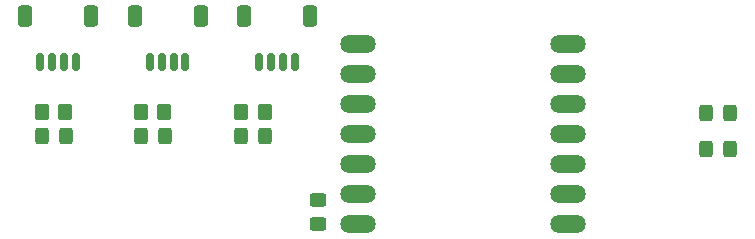
<source format=gbr>
%TF.GenerationSoftware,KiCad,Pcbnew,(6.0.6-0)*%
%TF.CreationDate,2023-07-30T17:28:14+02:00*%
%TF.ProjectId,SR23_T04_Avionics_V1-0-0,53523233-5f54-4303-945f-4176696f6e69,rev?*%
%TF.SameCoordinates,Original*%
%TF.FileFunction,Paste,Top*%
%TF.FilePolarity,Positive*%
%FSLAX46Y46*%
G04 Gerber Fmt 4.6, Leading zero omitted, Abs format (unit mm)*
G04 Created by KiCad (PCBNEW (6.0.6-0)) date 2023-07-30 17:28:14*
%MOMM*%
%LPD*%
G01*
G04 APERTURE LIST*
G04 Aperture macros list*
%AMRoundRect*
0 Rectangle with rounded corners*
0 $1 Rounding radius*
0 $2 $3 $4 $5 $6 $7 $8 $9 X,Y pos of 4 corners*
0 Add a 4 corners polygon primitive as box body*
4,1,4,$2,$3,$4,$5,$6,$7,$8,$9,$2,$3,0*
0 Add four circle primitives for the rounded corners*
1,1,$1+$1,$2,$3*
1,1,$1+$1,$4,$5*
1,1,$1+$1,$6,$7*
1,1,$1+$1,$8,$9*
0 Add four rect primitives between the rounded corners*
20,1,$1+$1,$2,$3,$4,$5,0*
20,1,$1+$1,$4,$5,$6,$7,0*
20,1,$1+$1,$6,$7,$8,$9,0*
20,1,$1+$1,$8,$9,$2,$3,0*%
G04 Aperture macros list end*
%ADD10RoundRect,0.800000X-0.700000X0.000000X0.700000X0.000000X0.700000X0.000000X-0.700000X0.000000X0*%
%ADD11RoundRect,0.250000X-0.325000X-0.450000X0.325000X-0.450000X0.325000X0.450000X-0.325000X0.450000X0*%
%ADD12RoundRect,0.250000X0.325000X0.450000X-0.325000X0.450000X-0.325000X-0.450000X0.325000X-0.450000X0*%
%ADD13RoundRect,0.250000X-0.350000X-0.450000X0.350000X-0.450000X0.350000X0.450000X-0.350000X0.450000X0*%
%ADD14RoundRect,0.150000X0.150000X0.625000X-0.150000X0.625000X-0.150000X-0.625000X0.150000X-0.625000X0*%
%ADD15RoundRect,0.250000X0.350000X0.650000X-0.350000X0.650000X-0.350000X-0.650000X0.350000X-0.650000X0*%
%ADD16RoundRect,0.250000X0.450000X-0.325000X0.450000X0.325000X-0.450000X0.325000X-0.450000X-0.325000X0*%
G04 APERTURE END LIST*
D10*
%TO.C,U4*%
X136129000Y-91805250D03*
X136129000Y-94345250D03*
X136129000Y-96885250D03*
X136129000Y-99425250D03*
X136129000Y-101965250D03*
X136129000Y-104505250D03*
X136129000Y-107045250D03*
X153909000Y-107045250D03*
X153909000Y-104505250D03*
X153909000Y-101965250D03*
X153909000Y-99425250D03*
X153909000Y-96885250D03*
X153909000Y-94345250D03*
X153909000Y-91805250D03*
%TD*%
D11*
%TO.C,D2*%
X165599000Y-100711000D03*
X167649000Y-100711000D03*
%TD*%
D12*
%TO.C,D5*%
X111388000Y-99568000D03*
X109338000Y-99568000D03*
%TD*%
D13*
%TO.C,R12*%
X109363000Y-97536000D03*
X111363000Y-97536000D03*
%TD*%
D12*
%TO.C,D7*%
X128279000Y-99568000D03*
X126229000Y-99568000D03*
%TD*%
D14*
%TO.C,J2*%
X121515000Y-93313000D03*
X120515000Y-93313000D03*
X119515000Y-93313000D03*
X118515000Y-93313000D03*
D15*
X117215000Y-89438000D03*
X122815000Y-89438000D03*
%TD*%
D13*
%TO.C,R13*%
X117745000Y-97536000D03*
X119745000Y-97536000D03*
%TD*%
D12*
%TO.C,D6*%
X119770000Y-99568000D03*
X117720000Y-99568000D03*
%TD*%
D16*
%TO.C,D4*%
X132715000Y-107070000D03*
X132715000Y-105020000D03*
%TD*%
D15*
%TO.C,J3*%
X132086000Y-89438000D03*
X126486000Y-89438000D03*
D14*
X127786000Y-93313000D03*
X128786000Y-93313000D03*
X129786000Y-93313000D03*
X130786000Y-93313000D03*
%TD*%
D11*
%TO.C,D3*%
X165599000Y-97663000D03*
X167649000Y-97663000D03*
%TD*%
D14*
%TO.C,J1*%
X112244000Y-93313000D03*
X111244000Y-93313000D03*
X110244000Y-93313000D03*
X109244000Y-93313000D03*
D15*
X113544000Y-89438000D03*
X107944000Y-89438000D03*
%TD*%
D13*
%TO.C,R14*%
X126254000Y-97536000D03*
X128254000Y-97536000D03*
%TD*%
M02*

</source>
